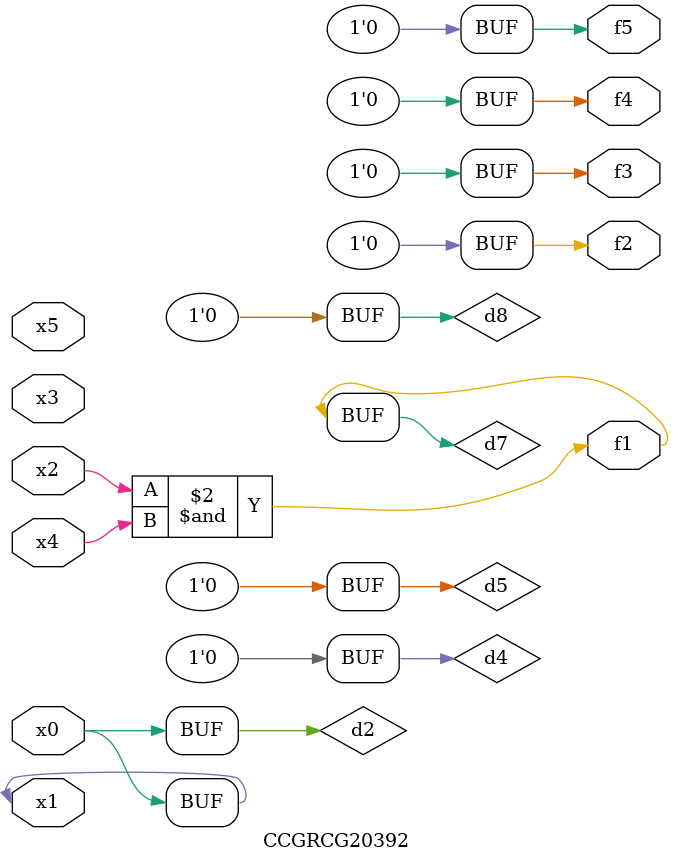
<source format=v>
module CCGRCG20392(
	input x0, x1, x2, x3, x4, x5,
	output f1, f2, f3, f4, f5
);

	wire d1, d2, d3, d4, d5, d6, d7, d8, d9;

	nand (d1, x1);
	buf (d2, x0, x1);
	nand (d3, x2, x4);
	and (d4, d1, d2);
	and (d5, d1, d2);
	nand (d6, d1, d3);
	not (d7, d3);
	xor (d8, d5);
	nor (d9, d5, d6);
	assign f1 = d7;
	assign f2 = d8;
	assign f3 = d8;
	assign f4 = d8;
	assign f5 = d8;
endmodule

</source>
